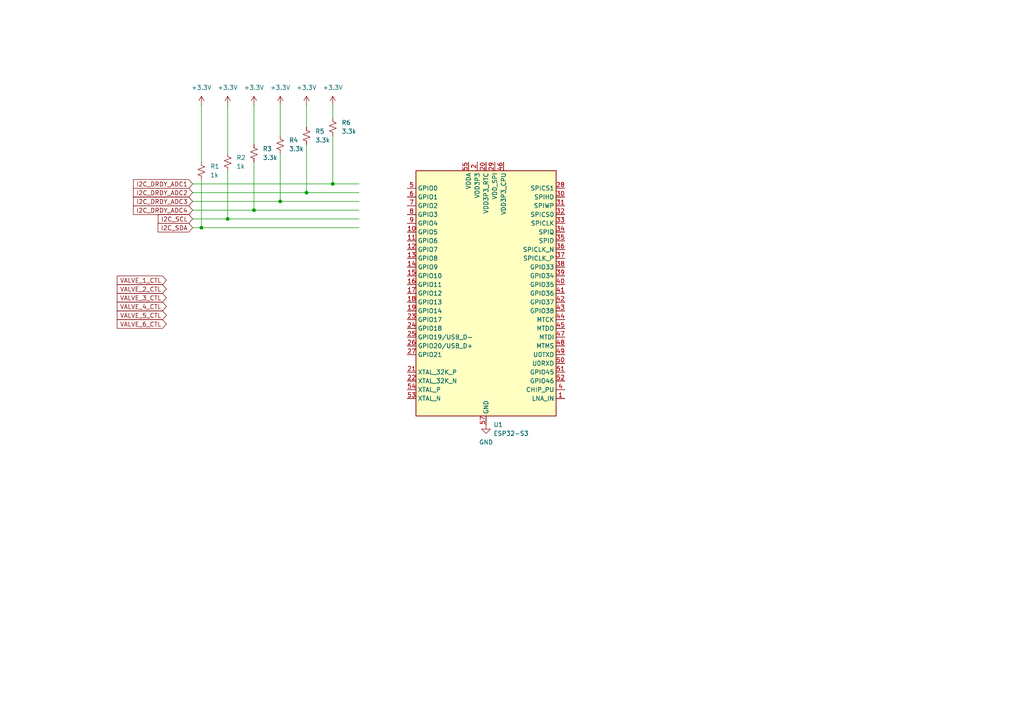
<source format=kicad_sch>
(kicad_sch (version 20250114) (generator "eeschema") (generator_version "9.0")
  (paper "A4")
  (title_block (rev "0.1.0") (company "Queen's Rocket Engineering Team"))
  (lib_symbols
    (symbol "Device:R_Small_US" (pin_numbers (hide yes)) (pin_names (offset 0.254) (hide yes))
      (property "Reference" "R" (at 0.762 0.508 0))
      (property "Value" "R_Small_US" (at 0.762 -1.016 0))
      (symbol "R_Small_US_1_1"
        (polyline (pts (xy 0 1.524) (xy 1.016 1.143) (xy 0 0.762) (xy -1.016 0.381) (xy 0 0)))
        (polyline (pts (xy 0 0) (xy 1.016 -0.381) (xy 0 -0.762) (xy -1.016 -1.143) (xy 0 -1.524)))
        (pin passive line (at 0 2.54 270) (length 1.016) (name "~") (number "1"))
        (pin passive line (at 0 -2.54 90) (length 1.016) (name "~") (number "2"))
      )
    )
    (symbol "MCU_Espressif:ESP32-S3"
      (property "Reference" "U" (at 10.16 -38.1 0))
      (property "Value" "ESP32-S3" (at 13.97 -40.64 0))
      (symbol "ESP32-S3_0_1"
        (rectangle (start -20.32 35.56) (end 20.32 -35.56) (stroke (width 0.254)) (fill (type background)))
      )
      (symbol "ESP32-S3_1_0"
        (pin passive line (at -5.08 38.1 270) (length 2.54) (hide yes) (name "VDDA") (number "56"))
        (pin bidirectional line (at 22.86 12.7 180) (length 2.54) (name "SPICLK_N") (number "36"))
        (pin bidirectional line (at 22.86 -10.16 180) (length 2.54) (name "MTDO") (number "45"))
        (pin bidirectional line (at 22.86 -22.86 180) (length 2.54) (name "GPIO45") (number "51"))
      )
      (symbol "ESP32-S3_1_1"
        (pin bidirectional line (at -22.86 30.48 0) (length 2.54) (name "GPIO0") (number "5"))
        (pin bidirectional line (at -22.86 27.94 0) (length 2.54) (name "GPIO1") (number "6"))
        (pin bidirectional line (at -22.86 25.4 0) (length 2.54) (name "GPIO2") (number "7"))
        (pin bidirectional line (at -22.86 22.86 0) (length 2.54) (name "GPIO3") (number "8"))
        (pin bidirectional line (at -22.86 20.32 0) (length 2.54) (name "GPIO4") (number "9"))
        (pin bidirectional line (at -22.86 17.78 0) (length 2.54) (name "GPIO5") (number "10"))
        (pin bidirectional line (at -22.86 15.24 0) (length 2.54) (name "GPIO6") (number "11"))
        (pin bidirectional line (at -22.86 12.7 0) (length 2.54) (name "GPIO7") (number "12"))
        (pin bidirectional line (at -22.86 10.16 0) (length 2.54) (name "GPIO8") (number "13"))
        (pin bidirectional line (at -22.86 7.62 0) (length 2.54) (name "GPIO9") (number "14"))
        (pin bidirectional line (at -22.86 5.08 0) (length 2.54) (name "GPIO10") (number "15"))
        (pin bidirectional line (at -22.86 2.54 0) (length 2.54) (name "GPIO11") (number "16"))
        (pin bidirectional line (at -22.86 0 0) (length 2.54) (name "GPIO12") (number "17"))
        (pin bidirectional line (at -22.86 -2.54 0) (length 2.54) (name "GPIO13") (number "18"))
        (pin bidirectional line (at -22.86 -5.08 0) (length 2.54) (name "GPIO14") (number "19"))
        (pin bidirectional line (at -22.86 -7.62 0) (length 2.54) (name "GPIO17") (number "23"))
        (pin bidirectional line (at -22.86 -10.16 0) (length 2.54) (name "GPIO18") (number "24"))
        (pin bidirectional line (at -22.86 -12.7 0) (length 2.54) (name "GPIO19/USB_D-") (number "25"))
        (pin bidirectional line (at -22.86 -15.24 0) (length 2.54) (name "GPIO20/USB_D+") (number "26"))
        (pin bidirectional line (at -22.86 -17.78 0) (length 2.54) (name "GPIO21") (number "27"))
        (pin passive line (at -22.86 -22.86 0) (length 2.54) (name "XTAL_32K_P") (number "21"))
        (pin passive line (at -22.86 -25.4 0) (length 2.54) (name "XTAL_32K_N") (number "22"))
        (pin input line (at -22.86 -27.94 0) (length 2.54) (name "XTAL_P") (number "54"))
        (pin output line (at -22.86 -30.48 0) (length 2.54) (name "XTAL_N") (number "53"))
        (pin power_in line (at -5.08 38.1 270) (length 2.54) (name "VDDA") (number "55"))
        (pin power_in line (at -2.54 38.1 270) (length 2.54) (name "VDD3P3") (number "2"))
        (pin passive line (at -2.54 38.1 270) (length 2.54) (hide yes) (name "VDD3P3") (number "3"))
        (pin power_in line (at 0 38.1 270) (length 2.54) (name "VDD3P3_RTC") (number "20"))
        (pin power_in line (at 0 -38.1 90) (length 2.54) (name "GND") (number "57"))
        (pin power_in line (at 2.54 38.1 270) (length 2.54) (name "VDD_SPI") (number "29"))
        (pin power_in line (at 5.08 38.1 270) (length 2.54) (name "VDD3P3_CPU") (number "46"))
        (pin bidirectional line (at 22.86 30.48 180) (length 2.54) (name "SPICS1") (number "28"))
        (pin bidirectional line (at 22.86 27.94 180) (length 2.54) (name "SPIHD") (number "30"))
        (pin bidirectional line (at 22.86 25.4 180) (length 2.54) (name "SPIWP") (number "31"))
        (pin bidirectional line (at 22.86 22.86 180) (length 2.54) (name "SPICS0") (number "32"))
        (pin bidirectional line (at 22.86 20.32 180) (length 2.54) (name "SPICLK") (number "33"))
        (pin bidirectional line (at 22.86 17.78 180) (length 2.54) (name "SPIQ") (number "34"))
        (pin bidirectional line (at 22.86 15.24 180) (length 2.54) (name "SPID") (number "35"))
        (pin bidirectional line (at 22.86 10.16 180) (length 2.54) (name "SPICLK_P") (number "37"))
        (pin bidirectional line (at 22.86 7.62 180) (length 2.54) (name "GPIO33") (number "38"))
        (pin bidirectional line (at 22.86 5.08 180) (length 2.54) (name "GPIO34") (number "39"))
        (pin bidirectional line (at 22.86 2.54 180) (length 2.54) (name "GPIO35") (number "40"))
        (pin bidirectional line (at 22.86 0 180) (length 2.54) (name "GPIO36") (number "41"))
        (pin bidirectional line (at 22.86 -2.54 180) (length 2.54) (name "GPIO37") (number "42"))
        (pin bidirectional line (at 22.86 -5.08 180) (length 2.54) (name "GPIO38") (number "43"))
        (pin bidirectional line (at 22.86 -7.62 180) (length 2.54) (name "MTCK") (number "44"))
        (pin bidirectional line (at 22.86 -12.7 180) (length 2.54) (name "MTDI") (number "47"))
        (pin bidirectional line (at 22.86 -15.24 180) (length 2.54) (name "MTMS") (number "48"))
        (pin bidirectional line (at 22.86 -17.78 180) (length 2.54) (name "U0TXD") (number "49"))
        (pin bidirectional line (at 22.86 -20.32 180) (length 2.54) (name "U0RXD") (number "50"))
        (pin bidirectional line (at 22.86 -25.4 180) (length 2.54) (name "GPIO46") (number "52"))
        (pin input line (at 22.86 -27.94 180) (length 2.54) (name "CHIP_PU") (number "4"))
        (pin bidirectional line (at 22.86 -30.48 180) (length 2.54) (name "LNA_IN") (number "1"))
      )
    )
    (symbol "power:+3.3V" (power) (pin_numbers (hide yes)) (pin_names (offset 0) (hide yes))
      (property "Value" "+3.3V" (at 0 3.556 0))
      (symbol "+3.3V_0_1"
        (polyline (pts (xy -0.762 1.27) (xy 0 2.54)))
        (polyline (pts (xy 0 2.54) (xy 0.762 1.27)))
        (polyline (pts (xy 0 0) (xy 0 2.54)))
      )
      (symbol "+3.3V_1_1"
        (pin power_in line (at 0 0 90) (length 0) (name "~") (number "1"))
      )
    )
    (symbol "power:GND" (power) (pin_numbers (hide yes)) (pin_names (offset 0) (hide yes))
      (property "Value" "GND" (at 0 -3.81 0))
      (symbol "GND_0_1"
        (polyline (pts (xy 0 0) (xy 0 -1.27) (xy 1.27 -1.27) (xy 0 -2.54) (xy -1.27 -1.27) (xy 0 -1.27)))
      )
      (symbol "GND_1_1"
        (pin power_in line (at 0 0 270) (length 0) (name "~") (number "1"))
      )
    )
  )
  (junction (at 66.04 63.5))
  (junction (at 73.66 60.96))
  (junction (at 88.9 55.88))
  (junction (at 58.42 66.04))
  (junction (at 81.28 58.42))
  (junction (at 96.52 53.34))
  (wire (pts (xy 73.66 41.91) (xy 73.66 30.48)))
  (wire (pts (xy 73.66 60.96) (xy 104.14 60.96)))
  (wire (pts (xy 58.42 46.99) (xy 58.42 30.48)))
  (wire (pts (xy 88.9 36.83) (xy 88.9 30.48)))
  (wire (pts (xy 55.88 60.96) (xy 73.66 60.96)))
  (wire (pts (xy 81.28 58.42) (xy 104.14 58.42)))
  (wire (pts (xy 88.9 55.88) (xy 104.14 55.88)))
  (wire (pts (xy 66.04 63.5) (xy 104.14 63.5)))
  (wire (pts (xy 96.52 39.37) (xy 96.52 53.34)))
  (wire (pts (xy 96.52 53.34) (xy 104.14 53.34)))
  (wire (pts (xy 66.04 44.45) (xy 66.04 30.48)))
  (wire (pts (xy 88.9 41.91) (xy 88.9 55.88)))
  (wire (pts (xy 96.52 34.29) (xy 96.52 30.48)))
  (wire (pts (xy 55.88 55.88) (xy 88.9 55.88)))
  (wire (pts (xy 55.88 66.04) (xy 58.42 66.04)))
  (wire (pts (xy 73.66 46.99) (xy 73.66 60.96)))
  (wire (pts (xy 55.88 53.34) (xy 96.52 53.34)))
  (wire (pts (xy 58.42 52.07) (xy 58.42 66.04)))
  (wire (pts (xy 55.88 63.5) (xy 66.04 63.5)))
  (wire (pts (xy 81.28 44.45) (xy 81.28 58.42)))
  (wire (pts (xy 81.28 39.37) (xy 81.28 30.48)))
  (wire (pts (xy 55.88 58.42) (xy 81.28 58.42)))
  (wire (pts (xy 66.04 49.53) (xy 66.04 63.5)))
  (wire (pts (xy 58.42 66.04) (xy 104.14 66.04)))
  (global_label "VALVE_6_CTL" (shape input) (at 48.26 93.98 180) (property "Intersheetrefs" "${INTERSHEET_REFS}" (effects (hide yes))))
  (global_label "VALVE_1_CTL" (shape input) (at 48.26 81.28 180) (property "Intersheetrefs" "${INTERSHEET_REFS}" (effects (hide yes))))
  (global_label "I2C_SCL" (shape input) (at 55.88 63.5 180) (property "Intersheetrefs" "${INTERSHEET_REFS}" (effects (hide yes))))
  (global_label "VALVE_5_CTL" (shape input) (at 48.26 91.44 180) (property "Intersheetrefs" "${INTERSHEET_REFS}" (effects (hide yes))))
  (global_label "VALVE_4_CTL" (shape input) (at 48.26 88.9 180) (property "Intersheetrefs" "${INTERSHEET_REFS}" (effects (hide yes))))
  (global_label "I2C_DRDY_ADC1" (shape input) (at 55.88 53.34 180) (property "Intersheetrefs" "${INTERSHEET_REFS}" (effects (hide yes))))
  (global_label "VALVE_3_CTL" (shape input) (at 48.26 86.36 180) (property "Intersheetrefs" "${INTERSHEET_REFS}" (effects (hide yes))))
  (global_label "I2C_DRDY_ADC2" (shape input) (at 55.88 55.88 180) (property "Intersheetrefs" "${INTERSHEET_REFS}" (effects (hide yes))))
  (global_label "I2C_SDA" (shape input) (at 55.88 66.04 180) (property "Intersheetrefs" "${INTERSHEET_REFS}" (effects (hide yes))))
  (global_label "I2C_DRDY_ADC3" (shape input) (at 55.88 58.42 180) (property "Intersheetrefs" "${INTERSHEET_REFS}" (effects (hide yes))))
  (global_label "VALVE_2_CTL" (shape input) (at 48.26 83.82 180) (property "Intersheetrefs" "${INTERSHEET_REFS}" (effects (hide yes))))
  (global_label "I2C_DRDY_ADC4" (shape input) (at 55.88 60.96 180) (property "Intersheetrefs" "${INTERSHEET_REFS}" (effects (hide yes))))
  (symbol (lib_id "power:+3.3V") (at 58.42 30.48 0) (unit 1)
    (property "Reference" "#PWR024" (effects (hide yes)))
    (property "Value" "+3.3V" (at 58.42 25.4 0))
    (property "Description" "Power symbol creates a global label with name \"+3.3V\"" (effects (hide yes)))
  )
  (symbol (lib_id "Device:R_Small_US") (at 73.66 44.45 0) (unit 1)
    (property "Reference" "R3" (at 76.2 43.1799 0) (effects (justify left)))
    (property "Value" "3.3k" (at 76.2 45.7199 0) (effects (justify left)))
    (property "Footprint" "Resistor_SMD:R_0402_1005Metric" (effects (hide yes)))
    (property "Description" "Resistor, small US symbol" (effects (hide yes)))
  )
  (symbol (lib_id "Device:R_Small_US") (at 96.52 36.83 0) (unit 1)
    (property "Reference" "R6" (at 99.06 35.5599 0) (effects (justify left)))
    (property "Value" "3.3k" (at 99.06 38.0999 0) (effects (justify left)))
    (property "Footprint" "Resistor_SMD:R_0402_1005Metric" (effects (hide yes)))
    (property "Description" "Resistor, small US symbol" (effects (hide yes)))
  )
  (symbol (lib_id "power:+3.3V") (at 88.9 30.48 0) (unit 1)
    (property "Reference" "#PWR032" (effects (hide yes)))
    (property "Value" "+3.3V" (at 88.9 25.4 0))
    (property "Description" "Power symbol creates a global label with name \"+3.3V\"" (effects (hide yes)))
  )
  (symbol (lib_id "power:+3.3V") (at 73.66 30.48 0) (unit 1)
    (property "Reference" "#PWR030" (effects (hide yes)))
    (property "Value" "+3.3V" (at 73.66 25.4 0))
    (property "Description" "Power symbol creates a global label with name \"+3.3V\"" (effects (hide yes)))
  )
  (symbol (lib_id "power:+3.3V") (at 66.04 30.48 0) (unit 1)
    (property "Reference" "#PWR02" (effects (hide yes)))
    (property "Value" "+3.3V" (at 66.04 25.4 0))
    (property "Description" "Power symbol creates a global label with name \"+3.3V\"" (effects (hide yes)))
  )
  (symbol (lib_id "Device:R_Small_US") (at 81.28 41.91 0) (unit 1)
    (property "Reference" "R4" (at 83.82 40.6399 0) (effects (justify left)))
    (property "Value" "3.3k" (at 83.82 43.1799 0) (effects (justify left)))
    (property "Footprint" "Resistor_SMD:R_0402_1005Metric" (effects (hide yes)))
    (property "Description" "Resistor, small US symbol" (effects (hide yes)))
  )
  (symbol (lib_id "Device:R_Small_US") (at 66.04 46.99 0) (unit 1)
    (property "Reference" "R2" (at 68.58 45.7199 0) (effects (justify left)))
    (property "Value" "1k" (at 68.58 48.2599 0) (effects (justify left)))
    (property "Footprint" "Resistor_SMD:R_0402_1005Metric" (effects (hide yes)))
    (property "Description" "Resistor, small US symbol" (effects (hide yes)))
  )
  (symbol (lib_id "MCU_Espressif:ESP32-S3") (at 140.97 85.09 0) (unit 1)
    (property "Reference" "U1" (at 143.1133 123.19 0) (effects (justify left)))
    (property "Value" "ESP32-S3" (at 143.1133 125.73 0) (effects (justify left)))
    (property "Footprint" "Package_DFN_QFN:QFN-56-1EP_7x7mm_P0.4mm_EP4x4mm" (effects (hide yes)))
    (property "Datasheet" "https://www.espressif.com/sites/default/files/documentation/esp32-s3_datasheet_en.pdf" (effects (hide yes)))
    (property "Description" "Microcontroller, Wi-Fi 802.11b/g/n, Bluetooth, 32bit" (effects (hide yes)))
  )
  (symbol (lib_id "power:GND") (at 140.97 123.19 0) (unit 1)
    (property "Reference" "#PWR01" (effects (hide yes)))
    (property "Value" "GND" (at 140.97 128.27 0))
    (property "Description" "Power symbol creates a global label with name \"GND\" , ground" (effects (hide yes)))
  )
  (symbol (lib_id "power:+3.3V") (at 96.52 30.48 0) (unit 1)
    (property "Reference" "#PWR033" (effects (hide yes)))
    (property "Value" "+3.3V" (at 96.52 25.4 0))
    (property "Description" "Power symbol creates a global label with name \"+3.3V\"" (effects (hide yes)))
  )
  (symbol (lib_id "Device:R_Small_US") (at 88.9 39.37 0) (unit 1)
    (property "Reference" "R5" (at 91.44 38.0999 0) (effects (justify left)))
    (property "Value" "3.3k" (at 91.44 40.6399 0) (effects (justify left)))
    (property "Footprint" "Resistor_SMD:R_0402_1005Metric" (effects (hide yes)))
    (property "Description" "Resistor, small US symbol" (effects (hide yes)))
  )
  (symbol (lib_id "power:+3.3V") (at 81.28 30.48 0) (unit 1)
    (property "Reference" "#PWR031" (effects (hide yes)))
    (property "Value" "+3.3V" (at 81.28 25.4 0))
    (property "Description" "Power symbol creates a global label with name \"+3.3V\"" (effects (hide yes)))
  )
  (symbol (lib_id "Device:R_Small_US") (at 58.42 49.53 0) (unit 1)
    (property "Reference" "R1" (at 60.96 48.2599 0) (effects (justify left)))
    (property "Value" "1k" (at 60.96 50.7999 0) (effects (justify left)))
    (property "Footprint" "Resistor_SMD:R_0402_1005Metric" (effects (hide yes)))
    (property "Description" "Resistor, small US symbol" (effects (hide yes)))
  )
)
</source>
